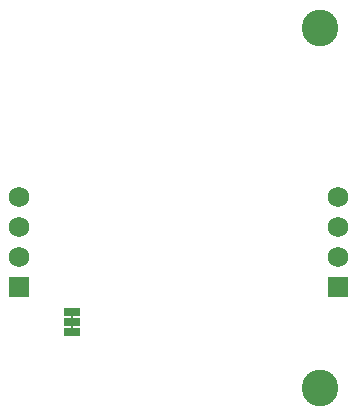
<source format=gbr>
G04 EAGLE Gerber RS-274X export*
G75*
%MOMM*%
%FSLAX34Y34*%
%LPD*%
%AMOC8*
5,1,8,0,0,1.08239X$1,22.5*%
G01*
%ADD10C,3.101600*%
%ADD11R,1.752600X1.752600*%
%ADD12C,1.752600*%
%ADD13R,1.371600X0.736600*%
%ADD14C,0.203200*%


D10*
X270000Y334800D03*
X270000Y30000D03*
D11*
X15000Y114900D03*
D12*
X15000Y140300D03*
X15000Y165700D03*
X15000Y191100D03*
D11*
X285000Y114900D03*
D12*
X285000Y140300D03*
X285000Y165700D03*
X285000Y191100D03*
D13*
X60250Y77486D03*
X60250Y85614D03*
X60250Y93742D03*
D14*
X60250Y94504D02*
X60250Y76978D01*
M02*

</source>
